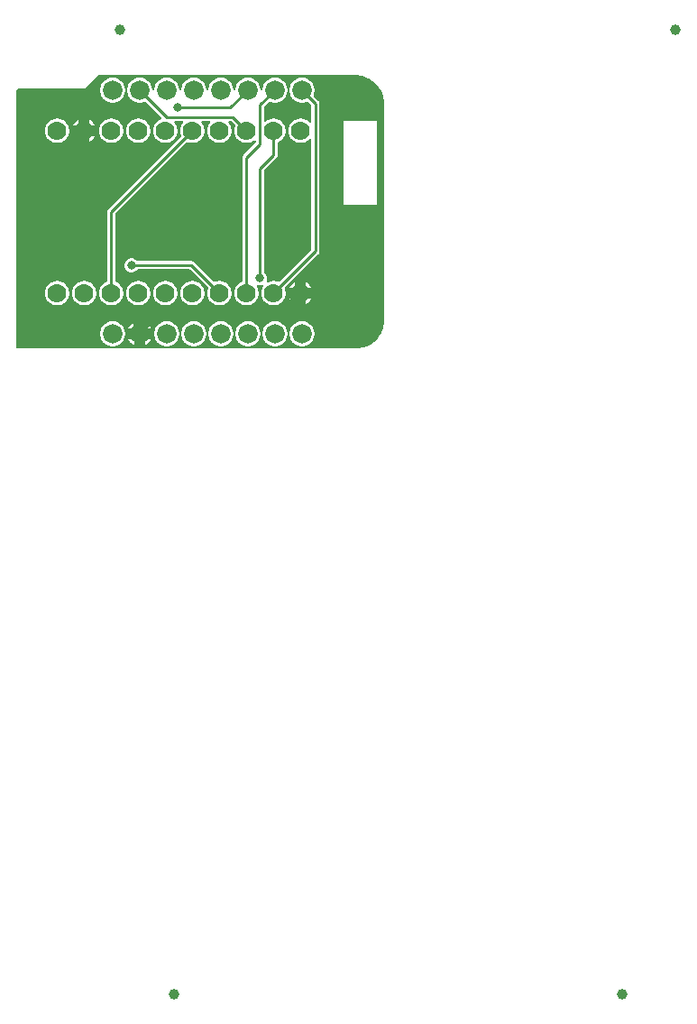
<source format=gbl>
G04 Layer: BottomLayer*
G04 EasyEDA v6.5.9, 2022-07-22 15:10:41*
G04 7b4b3cc524da4ca09f73bc94dfdf97f7,4245c91a3b6e4cf7aa995480f5c7e4a3,10*
G04 Gerber Generator version 0.2*
G04 Scale: 100 percent, Rotated: No, Reflected: No *
G04 Dimensions in millimeters *
G04 leading zeros omitted , absolute positions ,4 integer and 5 decimal *
%FSLAX45Y45*%
%MOMM*%

%ADD10C,0.2500*%
%ADD11C,1.3000*%
%ADD12C,1.0000*%
%ADD13C,1.7780*%
%ADD14C,1.8288*%
%ADD15C,0.8000*%
%ADD16C,0.7000*%
%ADD17C,0.0113*%

%LPD*%
G36*
X734568Y17209008D02*
G01*
X730656Y17209770D01*
X727405Y17212005D01*
X725170Y17215256D01*
X724408Y17219168D01*
X724408Y19636232D01*
X725170Y19640143D01*
X727405Y19643394D01*
X730656Y19645630D01*
X734568Y19646392D01*
X1345793Y19646392D01*
X1349603Y19646696D01*
X1356664Y19648728D01*
X1361541Y19651472D01*
X1364792Y19654266D01*
X1480972Y19770394D01*
X1484274Y19772630D01*
X1488135Y19773392D01*
X3903472Y19773392D01*
X3909669Y19773950D01*
X3925620Y19773290D01*
X3946956Y19770699D01*
X3968089Y19766483D01*
X3988765Y19760641D01*
X4008932Y19753122D01*
X4028490Y19744131D01*
X4047236Y19733564D01*
X4065117Y19721576D01*
X4081983Y19708215D01*
X4097782Y19693585D01*
X4112361Y19677786D01*
X4125671Y19660870D01*
X4137558Y19642937D01*
X4148074Y19624141D01*
X4157065Y19604634D01*
X4164482Y19584416D01*
X4170273Y19563689D01*
X4174439Y19542556D01*
X4176928Y19521220D01*
X4177792Y19499427D01*
X4177792Y17483785D01*
X4176877Y17461179D01*
X4174337Y17439843D01*
X4170070Y17418710D01*
X4164228Y17398034D01*
X4156760Y17377867D01*
X4147718Y17358309D01*
X4137151Y17339564D01*
X4125163Y17321682D01*
X4111853Y17304816D01*
X4097223Y17289018D01*
X4081373Y17274438D01*
X4064457Y17261128D01*
X4046575Y17249241D01*
X4027779Y17238726D01*
X4008221Y17229734D01*
X3988003Y17222317D01*
X3967276Y17216526D01*
X3946194Y17212360D01*
X3924808Y17209871D01*
X3903014Y17209008D01*
G37*

%LPC*%
G36*
X1256182Y19304000D02*
G01*
X1308100Y19304000D01*
X1308100Y19356019D01*
X1297381Y19350126D01*
X1285748Y19341642D01*
X1275232Y19331787D01*
X1266037Y19320662D01*
X1258316Y19308521D01*
G37*
G36*
X1827530Y17243298D02*
G01*
X1827530Y17296130D01*
X1774596Y17296130D01*
X1780539Y17285309D01*
X1789175Y17273422D01*
X1799285Y17262652D01*
X1810613Y17253254D01*
X1823059Y17245380D01*
G37*
G36*
X1931670Y17243298D02*
G01*
X1936140Y17245380D01*
X1948586Y17253254D01*
X1959914Y17262652D01*
X1970024Y17273422D01*
X1978660Y17285309D01*
X1984603Y17296130D01*
X1931670Y17296130D01*
G37*
G36*
X1774596Y17400270D02*
G01*
X1827530Y17400270D01*
X1827530Y17453102D01*
X1823059Y17451019D01*
X1810613Y17443145D01*
X1799285Y17433747D01*
X1789175Y17422977D01*
X1780539Y17411090D01*
G37*
G36*
X1931670Y17400270D02*
G01*
X1984603Y17400270D01*
X1978660Y17411090D01*
X1970024Y17422977D01*
X1959914Y17433747D01*
X1948586Y17443145D01*
X1936140Y17451019D01*
X1931670Y17453102D01*
G37*
G36*
X1351686Y17614646D02*
G01*
X1366113Y17614646D01*
X1380388Y17616424D01*
X1394358Y17620030D01*
X1407769Y17625314D01*
X1420418Y17632273D01*
X1432052Y17640757D01*
X1442567Y17650612D01*
X1451762Y17661737D01*
X1459484Y17673878D01*
X1465630Y17686934D01*
X1470101Y17700650D01*
X1472793Y17714823D01*
X1473708Y17729200D01*
X1472793Y17743576D01*
X1470101Y17757749D01*
X1465630Y17771465D01*
X1459484Y17784521D01*
X1451762Y17796662D01*
X1442567Y17807787D01*
X1432052Y17817642D01*
X1420418Y17826126D01*
X1407769Y17833086D01*
X1394358Y17838369D01*
X1380388Y17841976D01*
X1366113Y17843754D01*
X1351686Y17843754D01*
X1337411Y17841976D01*
X1323441Y17838369D01*
X1310030Y17833086D01*
X1297381Y17826126D01*
X1285748Y17817642D01*
X1275232Y17807787D01*
X1266037Y17796662D01*
X1258316Y17784521D01*
X1252169Y17771465D01*
X1247698Y17757749D01*
X1245006Y17743576D01*
X1244092Y17729200D01*
X1245006Y17714823D01*
X1247698Y17700650D01*
X1252169Y17686934D01*
X1258316Y17673878D01*
X1266037Y17661737D01*
X1275232Y17650612D01*
X1285748Y17640757D01*
X1297381Y17632273D01*
X1310030Y17625314D01*
X1323441Y17620030D01*
X1337411Y17616424D01*
G37*
G36*
X1097686Y17614646D02*
G01*
X1112113Y17614646D01*
X1126388Y17616424D01*
X1140358Y17620030D01*
X1153769Y17625314D01*
X1166418Y17632273D01*
X1178052Y17640757D01*
X1188567Y17650612D01*
X1197762Y17661737D01*
X1205484Y17673878D01*
X1211630Y17686934D01*
X1216101Y17700650D01*
X1218793Y17714823D01*
X1219708Y17729200D01*
X1218793Y17743576D01*
X1216101Y17757749D01*
X1211630Y17771465D01*
X1205484Y17784521D01*
X1197762Y17796662D01*
X1188567Y17807787D01*
X1178052Y17817642D01*
X1166418Y17826126D01*
X1153769Y17833086D01*
X1140358Y17838369D01*
X1126388Y17841976D01*
X1112113Y17843754D01*
X1097686Y17843754D01*
X1083411Y17841976D01*
X1069441Y17838369D01*
X1056030Y17833086D01*
X1043381Y17826126D01*
X1031748Y17817642D01*
X1021232Y17807787D01*
X1012037Y17796662D01*
X1004316Y17784521D01*
X998169Y17771465D01*
X993698Y17757749D01*
X991006Y17743576D01*
X990092Y17729200D01*
X991006Y17714823D01*
X993698Y17700650D01*
X998169Y17686934D01*
X1004316Y17673878D01*
X1012037Y17661737D01*
X1021232Y17650612D01*
X1031748Y17640757D01*
X1043381Y17632273D01*
X1056030Y17625314D01*
X1069441Y17620030D01*
X1083411Y17616424D01*
G37*
G36*
X1859686Y17614646D02*
G01*
X1874113Y17614646D01*
X1888388Y17616424D01*
X1902358Y17620030D01*
X1915769Y17625314D01*
X1928418Y17632273D01*
X1940052Y17640757D01*
X1950567Y17650612D01*
X1959762Y17661737D01*
X1967484Y17673878D01*
X1973630Y17686934D01*
X1978101Y17700650D01*
X1980793Y17714823D01*
X1981707Y17729200D01*
X1980793Y17743576D01*
X1978101Y17757749D01*
X1973630Y17771465D01*
X1967484Y17784521D01*
X1959762Y17796662D01*
X1950567Y17807787D01*
X1940052Y17817642D01*
X1928418Y17826126D01*
X1915769Y17833086D01*
X1902358Y17838369D01*
X1888388Y17841976D01*
X1874113Y17843754D01*
X1859686Y17843754D01*
X1845411Y17841976D01*
X1831441Y17838369D01*
X1818030Y17833086D01*
X1805381Y17826126D01*
X1793748Y17817642D01*
X1783232Y17807787D01*
X1774037Y17796662D01*
X1766316Y17784521D01*
X1760169Y17771465D01*
X1755698Y17757749D01*
X1753006Y17743576D01*
X1752092Y17729200D01*
X1753006Y17714823D01*
X1755698Y17700650D01*
X1760169Y17686934D01*
X1766316Y17673878D01*
X1774037Y17661737D01*
X1783232Y17650612D01*
X1793748Y17640757D01*
X1805381Y17632273D01*
X1818030Y17625314D01*
X1831441Y17620030D01*
X1845411Y17616424D01*
G37*
G36*
X2367686Y17614646D02*
G01*
X2382113Y17614646D01*
X2396388Y17616424D01*
X2410358Y17620030D01*
X2423769Y17625314D01*
X2436418Y17632273D01*
X2448052Y17640757D01*
X2458567Y17650612D01*
X2467762Y17661737D01*
X2475484Y17673878D01*
X2481630Y17686934D01*
X2486101Y17700650D01*
X2488793Y17714823D01*
X2489708Y17729200D01*
X2488793Y17743576D01*
X2486101Y17757749D01*
X2481630Y17771465D01*
X2475484Y17784521D01*
X2467762Y17796662D01*
X2458567Y17807787D01*
X2448052Y17817642D01*
X2436418Y17826126D01*
X2423769Y17833086D01*
X2410358Y17838369D01*
X2396388Y17841976D01*
X2382113Y17843754D01*
X2367686Y17843754D01*
X2353411Y17841976D01*
X2339441Y17838369D01*
X2326030Y17833086D01*
X2313381Y17826126D01*
X2301748Y17817642D01*
X2291232Y17807787D01*
X2282037Y17796662D01*
X2274316Y17784521D01*
X2268169Y17771465D01*
X2263698Y17757749D01*
X2261006Y17743576D01*
X2260092Y17729200D01*
X2261006Y17714823D01*
X2263698Y17700650D01*
X2268169Y17686934D01*
X2274316Y17673878D01*
X2282037Y17661737D01*
X2291232Y17650612D01*
X2301748Y17640757D01*
X2313381Y17632273D01*
X2326030Y17625314D01*
X2339441Y17620030D01*
X2353411Y17616424D01*
G37*
G36*
X2113686Y17614646D02*
G01*
X2128113Y17614646D01*
X2142388Y17616424D01*
X2156358Y17620030D01*
X2169769Y17625314D01*
X2182418Y17632273D01*
X2194052Y17640757D01*
X2204567Y17650612D01*
X2213762Y17661737D01*
X2221484Y17673878D01*
X2227630Y17686934D01*
X2232101Y17700650D01*
X2234793Y17714823D01*
X2235708Y17729200D01*
X2234793Y17743576D01*
X2232101Y17757749D01*
X2227630Y17771465D01*
X2221484Y17784521D01*
X2213762Y17796662D01*
X2204567Y17807787D01*
X2194052Y17817642D01*
X2182418Y17826126D01*
X2169769Y17833086D01*
X2156358Y17838369D01*
X2142388Y17841976D01*
X2128113Y17843754D01*
X2113686Y17843754D01*
X2099411Y17841976D01*
X2085441Y17838369D01*
X2072030Y17833086D01*
X2059381Y17826126D01*
X2047748Y17817642D01*
X2037232Y17807787D01*
X2028037Y17796662D01*
X2020316Y17784521D01*
X2014169Y17771465D01*
X2009698Y17757749D01*
X2007006Y17743576D01*
X2006092Y17729200D01*
X2007006Y17714823D01*
X2009698Y17700650D01*
X2014169Y17686934D01*
X2020316Y17673878D01*
X2028037Y17661737D01*
X2037232Y17650612D01*
X2047748Y17640757D01*
X2059381Y17632273D01*
X2072030Y17625314D01*
X2085441Y17620030D01*
X2099411Y17616424D01*
G37*
G36*
X2621686Y17614646D02*
G01*
X2636113Y17614646D01*
X2650388Y17616424D01*
X2664358Y17620030D01*
X2677769Y17625314D01*
X2690418Y17632273D01*
X2702052Y17640757D01*
X2712567Y17650612D01*
X2721762Y17661737D01*
X2729484Y17673878D01*
X2735630Y17686934D01*
X2740101Y17700650D01*
X2742793Y17714823D01*
X2743708Y17729200D01*
X2742793Y17743576D01*
X2740101Y17757749D01*
X2735630Y17771465D01*
X2729484Y17784521D01*
X2721762Y17796662D01*
X2712567Y17807787D01*
X2702052Y17817642D01*
X2690418Y17826126D01*
X2677769Y17833086D01*
X2664358Y17838369D01*
X2650388Y17841976D01*
X2636113Y17843754D01*
X2621686Y17843754D01*
X2607411Y17841976D01*
X2593441Y17838369D01*
X2585770Y17835321D01*
X2581910Y17834610D01*
X2578100Y17835422D01*
X2574848Y17837607D01*
X2394204Y18018201D01*
X2388006Y18023332D01*
X2381351Y18026837D01*
X2374188Y18029021D01*
X2366213Y18029834D01*
X1862886Y18029834D01*
X1858721Y18030698D01*
X1855266Y18033238D01*
X1850237Y18038927D01*
X1842058Y18045633D01*
X1832864Y18050916D01*
X1822957Y18054675D01*
X1812543Y18056809D01*
X1801977Y18057215D01*
X1791462Y18055945D01*
X1781251Y18052999D01*
X1771700Y18048478D01*
X1762963Y18042432D01*
X1755292Y18035066D01*
X1748942Y18026634D01*
X1744014Y18017236D01*
X1740662Y18007177D01*
X1738934Y17996712D01*
X1738934Y17986095D01*
X1740662Y17975630D01*
X1744014Y17965572D01*
X1748942Y17956174D01*
X1755292Y17947741D01*
X1762963Y17940375D01*
X1771700Y17934330D01*
X1781251Y17929809D01*
X1791462Y17926862D01*
X1801977Y17925592D01*
X1812543Y17925999D01*
X1822957Y17928132D01*
X1832864Y17931892D01*
X1842058Y17937175D01*
X1850237Y17943880D01*
X1855317Y17949570D01*
X1858721Y17952110D01*
X1862886Y17953024D01*
X2346553Y17953024D01*
X2350465Y17952212D01*
X2353767Y17950027D01*
X2520391Y17783403D01*
X2522626Y17779949D01*
X2523337Y17775936D01*
X2522169Y17771465D01*
X2517698Y17757749D01*
X2515006Y17743576D01*
X2514092Y17729200D01*
X2515006Y17714823D01*
X2517698Y17700650D01*
X2522169Y17686934D01*
X2528316Y17673878D01*
X2536037Y17661737D01*
X2545232Y17650612D01*
X2555748Y17640757D01*
X2567381Y17632273D01*
X2580030Y17625314D01*
X2593441Y17620030D01*
X2607411Y17616424D01*
G37*
G36*
X1605686Y17614646D02*
G01*
X1620113Y17614646D01*
X1634388Y17616424D01*
X1648358Y17620030D01*
X1661769Y17625314D01*
X1674418Y17632273D01*
X1686052Y17640757D01*
X1696567Y17650612D01*
X1705762Y17661737D01*
X1713484Y17673878D01*
X1719630Y17686934D01*
X1724101Y17700650D01*
X1726793Y17714823D01*
X1727707Y17729200D01*
X1726793Y17743576D01*
X1724101Y17757749D01*
X1719630Y17771465D01*
X1713484Y17784521D01*
X1705762Y17796662D01*
X1696567Y17807787D01*
X1686052Y17817642D01*
X1674418Y17826126D01*
X1661769Y17833086D01*
X1657705Y17834660D01*
X1654352Y17836845D01*
X1652117Y17840198D01*
X1651304Y17844109D01*
X1651304Y18471083D01*
X1652066Y18474994D01*
X1654302Y18478296D01*
X2320798Y19144792D01*
X2324049Y19146977D01*
X2327910Y19147790D01*
X2331720Y19147078D01*
X2339441Y19144030D01*
X2353411Y19140424D01*
X2367686Y19138646D01*
X2382113Y19138646D01*
X2396388Y19140424D01*
X2410358Y19144030D01*
X2423769Y19149314D01*
X2436418Y19156273D01*
X2448052Y19164757D01*
X2458567Y19174612D01*
X2467762Y19185737D01*
X2475484Y19197878D01*
X2481630Y19210934D01*
X2486101Y19224650D01*
X2488793Y19238823D01*
X2489708Y19253200D01*
X2488793Y19267576D01*
X2486101Y19281749D01*
X2481630Y19295465D01*
X2475484Y19308521D01*
X2467762Y19320662D01*
X2462123Y19327520D01*
X2460294Y19330822D01*
X2459786Y19334632D01*
X2460752Y19338290D01*
X2462987Y19341388D01*
X2466187Y19343420D01*
X2469946Y19344132D01*
X2533853Y19344132D01*
X2537612Y19343420D01*
X2540812Y19341388D01*
X2543048Y19338290D01*
X2544013Y19334632D01*
X2543505Y19330822D01*
X2541676Y19327520D01*
X2536037Y19320662D01*
X2528316Y19308521D01*
X2522169Y19295465D01*
X2517698Y19281749D01*
X2515006Y19267576D01*
X2514092Y19253200D01*
X2515006Y19238823D01*
X2517698Y19224650D01*
X2522169Y19210934D01*
X2528316Y19197878D01*
X2536037Y19185737D01*
X2545232Y19174612D01*
X2555748Y19164757D01*
X2567381Y19156273D01*
X2580030Y19149314D01*
X2593441Y19144030D01*
X2607411Y19140424D01*
X2621686Y19138646D01*
X2636113Y19138646D01*
X2650388Y19140424D01*
X2664358Y19144030D01*
X2677769Y19149314D01*
X2690418Y19156273D01*
X2702052Y19164757D01*
X2712567Y19174612D01*
X2721762Y19185737D01*
X2729484Y19197878D01*
X2735630Y19210934D01*
X2740101Y19224650D01*
X2742793Y19238823D01*
X2743708Y19253200D01*
X2742793Y19267576D01*
X2740101Y19281749D01*
X2735630Y19295465D01*
X2729484Y19308521D01*
X2721762Y19320662D01*
X2716123Y19327520D01*
X2714294Y19330822D01*
X2713786Y19334632D01*
X2714752Y19338290D01*
X2716987Y19341388D01*
X2720187Y19343420D01*
X2723946Y19344132D01*
X2733446Y19344132D01*
X2737358Y19343370D01*
X2740609Y19341185D01*
X2774391Y19307403D01*
X2776626Y19303949D01*
X2777337Y19299936D01*
X2776169Y19295465D01*
X2771698Y19281749D01*
X2769006Y19267576D01*
X2768092Y19253200D01*
X2769006Y19238823D01*
X2771698Y19224650D01*
X2776169Y19210934D01*
X2782316Y19197878D01*
X2790037Y19185737D01*
X2799232Y19174612D01*
X2809748Y19164757D01*
X2821381Y19156273D01*
X2834030Y19149314D01*
X2847441Y19144030D01*
X2861411Y19140424D01*
X2875686Y19138646D01*
X2890113Y19138646D01*
X2904388Y19140424D01*
X2918358Y19144030D01*
X2931769Y19149314D01*
X2944418Y19156273D01*
X2955340Y19164249D01*
X2959404Y19165976D01*
X2963875Y19165874D01*
X2967786Y19163842D01*
X2970530Y19160337D01*
X2971495Y19156019D01*
X2971495Y19146316D01*
X2970733Y19142405D01*
X2968498Y19139154D01*
X2856077Y19026733D01*
X2850997Y19020536D01*
X2847441Y19013881D01*
X2845257Y19006667D01*
X2844495Y18998692D01*
X2844495Y17844109D01*
X2843682Y17840198D01*
X2841447Y17836845D01*
X2838094Y17834660D01*
X2834030Y17833086D01*
X2821381Y17826126D01*
X2809748Y17817642D01*
X2799232Y17807787D01*
X2790037Y17796662D01*
X2782316Y17784521D01*
X2776169Y17771465D01*
X2771698Y17757749D01*
X2769006Y17743576D01*
X2768092Y17729200D01*
X2769006Y17714823D01*
X2771698Y17700650D01*
X2776169Y17686934D01*
X2782316Y17673878D01*
X2790037Y17661737D01*
X2799232Y17650612D01*
X2809748Y17640757D01*
X2821381Y17632273D01*
X2834030Y17625314D01*
X2847441Y17620030D01*
X2861411Y17616424D01*
X2875686Y17614646D01*
X2890113Y17614646D01*
X2904388Y17616424D01*
X2918358Y17620030D01*
X2931769Y17625314D01*
X2944418Y17632273D01*
X2956052Y17640757D01*
X2966567Y17650612D01*
X2975762Y17661737D01*
X2983484Y17673878D01*
X2989630Y17686934D01*
X2994101Y17700650D01*
X2996793Y17714823D01*
X2997708Y17729200D01*
X2996793Y17743576D01*
X2994101Y17757749D01*
X2989630Y17771465D01*
X2983484Y17784521D01*
X2979470Y17790871D01*
X2977997Y17794630D01*
X2978150Y17798694D01*
X2979928Y17802402D01*
X2982976Y17805095D01*
X2986786Y17806365D01*
X2990850Y17806060D01*
X2996742Y17804333D01*
X3007258Y17803063D01*
X3017824Y17803520D01*
X3029508Y17805958D01*
X3033420Y17806009D01*
X3037128Y17804587D01*
X3039922Y17801844D01*
X3041548Y17798237D01*
X3041599Y17794274D01*
X3040176Y17790617D01*
X3036316Y17784521D01*
X3030169Y17771465D01*
X3025698Y17757749D01*
X3023006Y17743576D01*
X3022092Y17729200D01*
X3023006Y17714823D01*
X3025698Y17700650D01*
X3030169Y17686934D01*
X3036316Y17673878D01*
X3044037Y17661737D01*
X3053232Y17650612D01*
X3063748Y17640757D01*
X3075381Y17632273D01*
X3088030Y17625314D01*
X3101441Y17620030D01*
X3115411Y17616424D01*
X3129686Y17614646D01*
X3144113Y17614646D01*
X3158388Y17616424D01*
X3172358Y17620030D01*
X3185769Y17625314D01*
X3198418Y17632273D01*
X3210052Y17640757D01*
X3220567Y17650612D01*
X3229762Y17661737D01*
X3237484Y17673878D01*
X3243630Y17686934D01*
X3248101Y17700650D01*
X3250793Y17714823D01*
X3251708Y17729200D01*
X3250793Y17743576D01*
X3248101Y17757749D01*
X3243427Y17771922D01*
X3242462Y17775936D01*
X3243173Y17779949D01*
X3245408Y17783403D01*
X3556660Y18094655D01*
X3561740Y18100852D01*
X3565296Y18107507D01*
X3567480Y18114670D01*
X3568293Y18122696D01*
X3568293Y19507454D01*
X3567480Y19515429D01*
X3565296Y19522643D01*
X3561740Y19529247D01*
X3556660Y19535444D01*
X3513937Y19578167D01*
X3511753Y19581418D01*
X3510991Y19585279D01*
X3511702Y19589089D01*
X3515207Y19597928D01*
X3518865Y19612203D01*
X3520694Y19626834D01*
X3520694Y19641566D01*
X3518865Y19656196D01*
X3515207Y19670471D01*
X3509772Y19684136D01*
X3502660Y19697090D01*
X3494024Y19708977D01*
X3483914Y19719747D01*
X3472586Y19729145D01*
X3460140Y19737019D01*
X3446779Y19743267D01*
X3432759Y19747839D01*
X3418281Y19750582D01*
X3403600Y19751548D01*
X3388918Y19750582D01*
X3374440Y19747839D01*
X3360420Y19743267D01*
X3347059Y19737019D01*
X3334613Y19729145D01*
X3323285Y19719747D01*
X3313176Y19708977D01*
X3304540Y19697090D01*
X3297428Y19684136D01*
X3291992Y19670471D01*
X3288334Y19656196D01*
X3286658Y19642937D01*
X3285337Y19639026D01*
X3282492Y19635978D01*
X3278682Y19634301D01*
X3274517Y19634301D01*
X3270707Y19635978D01*
X3267862Y19639026D01*
X3266541Y19642937D01*
X3264865Y19656196D01*
X3261207Y19670471D01*
X3255772Y19684136D01*
X3248660Y19697090D01*
X3240024Y19708977D01*
X3229914Y19719747D01*
X3218586Y19729145D01*
X3206140Y19737019D01*
X3192780Y19743267D01*
X3178759Y19747839D01*
X3164281Y19750582D01*
X3149600Y19751548D01*
X3134918Y19750582D01*
X3120440Y19747839D01*
X3106420Y19743267D01*
X3093059Y19737019D01*
X3080613Y19729145D01*
X3069285Y19719747D01*
X3059176Y19708977D01*
X3050540Y19697090D01*
X3043428Y19684136D01*
X3037992Y19670471D01*
X3034334Y19656196D01*
X3032658Y19642937D01*
X3031337Y19639026D01*
X3028492Y19635978D01*
X3024682Y19634301D01*
X3020517Y19634301D01*
X3016707Y19635978D01*
X3013862Y19639026D01*
X3012541Y19642937D01*
X3010865Y19656196D01*
X3007207Y19670471D01*
X3001772Y19684136D01*
X2994660Y19697090D01*
X2986024Y19708977D01*
X2975914Y19719747D01*
X2964586Y19729145D01*
X2952140Y19737019D01*
X2938780Y19743267D01*
X2924759Y19747839D01*
X2910281Y19750582D01*
X2895600Y19751548D01*
X2880918Y19750582D01*
X2866440Y19747839D01*
X2852420Y19743267D01*
X2839059Y19737019D01*
X2826613Y19729145D01*
X2815285Y19719747D01*
X2805176Y19708977D01*
X2796540Y19697090D01*
X2789428Y19684136D01*
X2783992Y19670471D01*
X2780334Y19656196D01*
X2778658Y19642937D01*
X2777337Y19639026D01*
X2774492Y19635978D01*
X2770682Y19634301D01*
X2766517Y19634301D01*
X2762707Y19635978D01*
X2759862Y19639026D01*
X2758541Y19642937D01*
X2756865Y19656196D01*
X2753207Y19670471D01*
X2747772Y19684136D01*
X2740660Y19697090D01*
X2732024Y19708977D01*
X2721914Y19719747D01*
X2710586Y19729145D01*
X2698140Y19737019D01*
X2684780Y19743267D01*
X2670759Y19747839D01*
X2656281Y19750582D01*
X2641600Y19751548D01*
X2626918Y19750582D01*
X2612440Y19747839D01*
X2598420Y19743267D01*
X2585059Y19737019D01*
X2572613Y19729145D01*
X2561285Y19719747D01*
X2551176Y19708977D01*
X2542540Y19697090D01*
X2535428Y19684136D01*
X2529992Y19670471D01*
X2526334Y19656196D01*
X2524658Y19642937D01*
X2523337Y19639026D01*
X2520492Y19635978D01*
X2516682Y19634301D01*
X2512517Y19634301D01*
X2508707Y19635978D01*
X2505862Y19639026D01*
X2504541Y19642937D01*
X2502865Y19656196D01*
X2499207Y19670471D01*
X2493772Y19684136D01*
X2486660Y19697090D01*
X2478024Y19708977D01*
X2467914Y19719747D01*
X2456586Y19729145D01*
X2444140Y19737019D01*
X2430780Y19743267D01*
X2416759Y19747839D01*
X2402281Y19750582D01*
X2387600Y19751548D01*
X2372918Y19750582D01*
X2358440Y19747839D01*
X2344420Y19743267D01*
X2331059Y19737019D01*
X2318613Y19729145D01*
X2307285Y19719747D01*
X2297176Y19708977D01*
X2288540Y19697090D01*
X2281428Y19684136D01*
X2275992Y19670471D01*
X2272334Y19656196D01*
X2270658Y19642937D01*
X2269337Y19639026D01*
X2266492Y19635978D01*
X2262682Y19634301D01*
X2258517Y19634301D01*
X2254707Y19635978D01*
X2251862Y19639026D01*
X2250541Y19642937D01*
X2248865Y19656196D01*
X2245207Y19670471D01*
X2239772Y19684136D01*
X2232660Y19697090D01*
X2224024Y19708977D01*
X2213914Y19719747D01*
X2202586Y19729145D01*
X2190140Y19737019D01*
X2176780Y19743267D01*
X2162759Y19747839D01*
X2148281Y19750582D01*
X2133600Y19751548D01*
X2118918Y19750582D01*
X2104440Y19747839D01*
X2090420Y19743267D01*
X2077059Y19737019D01*
X2064613Y19729145D01*
X2053285Y19719747D01*
X2043175Y19708977D01*
X2034539Y19697090D01*
X2027428Y19684136D01*
X2021992Y19670471D01*
X2018334Y19656196D01*
X2016658Y19642937D01*
X2015337Y19639026D01*
X2012492Y19635978D01*
X2008682Y19634301D01*
X2004517Y19634301D01*
X2000707Y19635978D01*
X1997862Y19639026D01*
X1996541Y19642937D01*
X1994865Y19656196D01*
X1991207Y19670471D01*
X1985772Y19684136D01*
X1978660Y19697090D01*
X1970024Y19708977D01*
X1959914Y19719747D01*
X1948586Y19729145D01*
X1936140Y19737019D01*
X1922780Y19743267D01*
X1908759Y19747839D01*
X1894281Y19750582D01*
X1879600Y19751548D01*
X1864918Y19750582D01*
X1850440Y19747839D01*
X1836420Y19743267D01*
X1823059Y19737019D01*
X1810613Y19729145D01*
X1799285Y19719747D01*
X1789175Y19708977D01*
X1780539Y19697090D01*
X1773428Y19684136D01*
X1767992Y19670471D01*
X1764334Y19656196D01*
X1762658Y19642937D01*
X1761337Y19639026D01*
X1758492Y19635978D01*
X1754682Y19634301D01*
X1750517Y19634301D01*
X1746707Y19635978D01*
X1743862Y19639026D01*
X1742541Y19642937D01*
X1740865Y19656196D01*
X1737207Y19670471D01*
X1731772Y19684136D01*
X1724660Y19697090D01*
X1716024Y19708977D01*
X1705914Y19719747D01*
X1694586Y19729145D01*
X1682140Y19737019D01*
X1668780Y19743267D01*
X1654759Y19747839D01*
X1640281Y19750582D01*
X1625600Y19751548D01*
X1610918Y19750582D01*
X1596440Y19747839D01*
X1582420Y19743267D01*
X1569059Y19737019D01*
X1556613Y19729145D01*
X1545285Y19719747D01*
X1535176Y19708977D01*
X1526540Y19697090D01*
X1519428Y19684136D01*
X1513992Y19670471D01*
X1510334Y19656196D01*
X1508506Y19641566D01*
X1508506Y19626834D01*
X1510334Y19612203D01*
X1513992Y19597928D01*
X1519428Y19584263D01*
X1526540Y19571309D01*
X1535176Y19559422D01*
X1545285Y19548652D01*
X1556613Y19539254D01*
X1569059Y19531380D01*
X1582420Y19525132D01*
X1596440Y19520560D01*
X1610918Y19517817D01*
X1625600Y19516852D01*
X1640281Y19517817D01*
X1654759Y19520560D01*
X1668780Y19525132D01*
X1682140Y19531380D01*
X1694586Y19539254D01*
X1705914Y19548652D01*
X1716024Y19559422D01*
X1724660Y19571309D01*
X1731772Y19584263D01*
X1737207Y19597928D01*
X1740865Y19612203D01*
X1742541Y19625462D01*
X1743862Y19629374D01*
X1746707Y19632422D01*
X1750517Y19634098D01*
X1754682Y19634098D01*
X1758492Y19632422D01*
X1761337Y19629374D01*
X1762658Y19625462D01*
X1764334Y19612203D01*
X1767992Y19597928D01*
X1773428Y19584263D01*
X1780539Y19571309D01*
X1789175Y19559422D01*
X1799285Y19548652D01*
X1810613Y19539254D01*
X1823059Y19531380D01*
X1836420Y19525132D01*
X1850440Y19520560D01*
X1864918Y19517817D01*
X1879600Y19516852D01*
X1894281Y19517817D01*
X1908759Y19520560D01*
X1922780Y19525132D01*
X1924202Y19525792D01*
X1928215Y19526758D01*
X1932279Y19526046D01*
X1935734Y19523760D01*
X2082850Y19376644D01*
X2085086Y19373291D01*
X2085848Y19369379D01*
X2085035Y19365468D01*
X2082800Y19362166D01*
X2079447Y19359981D01*
X2072030Y19357086D01*
X2059381Y19350126D01*
X2047748Y19341642D01*
X2037232Y19331787D01*
X2028037Y19320662D01*
X2020316Y19308521D01*
X2014169Y19295465D01*
X2009698Y19281749D01*
X2007006Y19267576D01*
X2006092Y19253200D01*
X2007006Y19238823D01*
X2009698Y19224650D01*
X2014169Y19210934D01*
X2020316Y19197878D01*
X2028037Y19185737D01*
X2037232Y19174612D01*
X2047748Y19164757D01*
X2059381Y19156273D01*
X2072030Y19149314D01*
X2085441Y19144030D01*
X2099411Y19140424D01*
X2113686Y19138646D01*
X2128113Y19138646D01*
X2142388Y19140424D01*
X2156358Y19144030D01*
X2169769Y19149314D01*
X2182418Y19156273D01*
X2194052Y19164757D01*
X2204567Y19174612D01*
X2213762Y19185737D01*
X2221484Y19197878D01*
X2227630Y19210934D01*
X2232101Y19224650D01*
X2234793Y19238823D01*
X2235708Y19253200D01*
X2234793Y19267576D01*
X2232101Y19281749D01*
X2227630Y19295465D01*
X2221484Y19308521D01*
X2213762Y19320662D01*
X2208123Y19327520D01*
X2206294Y19330822D01*
X2205786Y19334632D01*
X2206752Y19338290D01*
X2208987Y19341388D01*
X2212187Y19343420D01*
X2215946Y19344132D01*
X2279853Y19344132D01*
X2283612Y19343420D01*
X2286812Y19341388D01*
X2289048Y19338290D01*
X2290013Y19334632D01*
X2289505Y19330822D01*
X2287676Y19327520D01*
X2282037Y19320662D01*
X2274316Y19308521D01*
X2268169Y19295465D01*
X2263698Y19281749D01*
X2261006Y19267576D01*
X2260092Y19253200D01*
X2261006Y19238823D01*
X2263698Y19224650D01*
X2268372Y19210528D01*
X2269337Y19206514D01*
X2268626Y19202450D01*
X2266391Y19198996D01*
X1586077Y18518733D01*
X1580997Y18512536D01*
X1577441Y18505881D01*
X1575257Y18498718D01*
X1574495Y18490692D01*
X1574495Y17844109D01*
X1573682Y17840198D01*
X1571447Y17836845D01*
X1568094Y17834660D01*
X1564030Y17833086D01*
X1551381Y17826126D01*
X1539748Y17817642D01*
X1529232Y17807787D01*
X1520037Y17796662D01*
X1512316Y17784521D01*
X1506169Y17771465D01*
X1501698Y17757749D01*
X1499006Y17743576D01*
X1498092Y17729200D01*
X1499006Y17714823D01*
X1501698Y17700650D01*
X1506169Y17686934D01*
X1512316Y17673878D01*
X1520037Y17661737D01*
X1529232Y17650612D01*
X1539748Y17640757D01*
X1551381Y17632273D01*
X1564030Y17625314D01*
X1577441Y17620030D01*
X1591411Y17616424D01*
G37*
G36*
X2133600Y17230852D02*
G01*
X2148281Y17231817D01*
X2162759Y17234560D01*
X2176780Y17239132D01*
X2190140Y17245380D01*
X2202586Y17253254D01*
X2213914Y17262652D01*
X2224024Y17273422D01*
X2232660Y17285309D01*
X2239772Y17298263D01*
X2245207Y17311928D01*
X2248865Y17326203D01*
X2250541Y17339462D01*
X2251862Y17343374D01*
X2254707Y17346422D01*
X2258517Y17348098D01*
X2262682Y17348098D01*
X2266492Y17346422D01*
X2269337Y17343374D01*
X2270658Y17339462D01*
X2272334Y17326203D01*
X2275992Y17311928D01*
X2281428Y17298263D01*
X2288540Y17285309D01*
X2297176Y17273422D01*
X2307285Y17262652D01*
X2318613Y17253254D01*
X2331059Y17245380D01*
X2344420Y17239132D01*
X2358440Y17234560D01*
X2372918Y17231817D01*
X2387600Y17230852D01*
X2402281Y17231817D01*
X2416759Y17234560D01*
X2430780Y17239132D01*
X2444140Y17245380D01*
X2456586Y17253254D01*
X2467914Y17262652D01*
X2478024Y17273422D01*
X2486660Y17285309D01*
X2493772Y17298263D01*
X2499207Y17311928D01*
X2502865Y17326203D01*
X2504541Y17339462D01*
X2505862Y17343374D01*
X2508707Y17346422D01*
X2512517Y17348098D01*
X2516682Y17348098D01*
X2520492Y17346422D01*
X2523337Y17343374D01*
X2524658Y17339462D01*
X2526334Y17326203D01*
X2529992Y17311928D01*
X2535428Y17298263D01*
X2542540Y17285309D01*
X2551176Y17273422D01*
X2561285Y17262652D01*
X2572613Y17253254D01*
X2585059Y17245380D01*
X2598420Y17239132D01*
X2612440Y17234560D01*
X2626918Y17231817D01*
X2641600Y17230852D01*
X2656281Y17231817D01*
X2670759Y17234560D01*
X2684780Y17239132D01*
X2698140Y17245380D01*
X2710586Y17253254D01*
X2721914Y17262652D01*
X2732024Y17273422D01*
X2740660Y17285309D01*
X2747772Y17298263D01*
X2753207Y17311928D01*
X2756865Y17326203D01*
X2758541Y17339462D01*
X2759862Y17343374D01*
X2762707Y17346422D01*
X2766517Y17348098D01*
X2770682Y17348098D01*
X2774492Y17346422D01*
X2777337Y17343374D01*
X2778658Y17339462D01*
X2780334Y17326203D01*
X2783992Y17311928D01*
X2789428Y17298263D01*
X2796540Y17285309D01*
X2805176Y17273422D01*
X2815285Y17262652D01*
X2826613Y17253254D01*
X2839059Y17245380D01*
X2852420Y17239132D01*
X2866440Y17234560D01*
X2880918Y17231817D01*
X2895600Y17230852D01*
X2910281Y17231817D01*
X2924759Y17234560D01*
X2938780Y17239132D01*
X2952140Y17245380D01*
X2964586Y17253254D01*
X2975914Y17262652D01*
X2986024Y17273422D01*
X2994660Y17285309D01*
X3001772Y17298263D01*
X3007207Y17311928D01*
X3010865Y17326203D01*
X3012541Y17339462D01*
X3013862Y17343374D01*
X3016707Y17346422D01*
X3020517Y17348098D01*
X3024682Y17348098D01*
X3028492Y17346422D01*
X3031337Y17343374D01*
X3032658Y17339462D01*
X3034334Y17326203D01*
X3037992Y17311928D01*
X3043428Y17298263D01*
X3050540Y17285309D01*
X3059176Y17273422D01*
X3069285Y17262652D01*
X3080613Y17253254D01*
X3093059Y17245380D01*
X3106420Y17239132D01*
X3120440Y17234560D01*
X3134918Y17231817D01*
X3149600Y17230852D01*
X3164281Y17231817D01*
X3178759Y17234560D01*
X3192780Y17239132D01*
X3206140Y17245380D01*
X3218586Y17253254D01*
X3229914Y17262652D01*
X3240024Y17273422D01*
X3248660Y17285309D01*
X3255772Y17298263D01*
X3261207Y17311928D01*
X3264865Y17326203D01*
X3266541Y17339462D01*
X3267862Y17343374D01*
X3270707Y17346422D01*
X3274517Y17348098D01*
X3278682Y17348098D01*
X3282492Y17346422D01*
X3285337Y17343374D01*
X3286658Y17339462D01*
X3288334Y17326203D01*
X3291992Y17311928D01*
X3297428Y17298263D01*
X3304540Y17285309D01*
X3313176Y17273422D01*
X3323285Y17262652D01*
X3334613Y17253254D01*
X3347059Y17245380D01*
X3360420Y17239132D01*
X3374440Y17234560D01*
X3388918Y17231817D01*
X3403600Y17230852D01*
X3418281Y17231817D01*
X3432759Y17234560D01*
X3446779Y17239132D01*
X3460140Y17245380D01*
X3472586Y17253254D01*
X3483914Y17262652D01*
X3494024Y17273422D01*
X3502660Y17285309D01*
X3509772Y17298263D01*
X3515207Y17311928D01*
X3518865Y17326203D01*
X3520694Y17340834D01*
X3520694Y17355566D01*
X3518865Y17370196D01*
X3515207Y17384471D01*
X3509772Y17398136D01*
X3502660Y17411090D01*
X3494024Y17422977D01*
X3483914Y17433747D01*
X3472586Y17443145D01*
X3460140Y17451019D01*
X3446779Y17457267D01*
X3432759Y17461839D01*
X3418281Y17464582D01*
X3403600Y17465548D01*
X3388918Y17464582D01*
X3374440Y17461839D01*
X3360420Y17457267D01*
X3347059Y17451019D01*
X3334613Y17443145D01*
X3323285Y17433747D01*
X3313176Y17422977D01*
X3304540Y17411090D01*
X3297428Y17398136D01*
X3291992Y17384471D01*
X3288334Y17370196D01*
X3286658Y17356937D01*
X3285337Y17353026D01*
X3282492Y17349978D01*
X3278682Y17348301D01*
X3274517Y17348301D01*
X3270707Y17349978D01*
X3267862Y17353026D01*
X3266541Y17356937D01*
X3264865Y17370196D01*
X3261207Y17384471D01*
X3255772Y17398136D01*
X3248660Y17411090D01*
X3240024Y17422977D01*
X3229914Y17433747D01*
X3218586Y17443145D01*
X3206140Y17451019D01*
X3192780Y17457267D01*
X3178759Y17461839D01*
X3164281Y17464582D01*
X3149600Y17465548D01*
X3134918Y17464582D01*
X3120440Y17461839D01*
X3106420Y17457267D01*
X3093059Y17451019D01*
X3080613Y17443145D01*
X3069285Y17433747D01*
X3059176Y17422977D01*
X3050540Y17411090D01*
X3043428Y17398136D01*
X3037992Y17384471D01*
X3034334Y17370196D01*
X3032658Y17356937D01*
X3031337Y17353026D01*
X3028492Y17349978D01*
X3024682Y17348301D01*
X3020517Y17348301D01*
X3016707Y17349978D01*
X3013862Y17353026D01*
X3012541Y17356937D01*
X3010865Y17370196D01*
X3007207Y17384471D01*
X3001772Y17398136D01*
X2994660Y17411090D01*
X2986024Y17422977D01*
X2975914Y17433747D01*
X2964586Y17443145D01*
X2952140Y17451019D01*
X2938780Y17457267D01*
X2924759Y17461839D01*
X2910281Y17464582D01*
X2895600Y17465548D01*
X2880918Y17464582D01*
X2866440Y17461839D01*
X2852420Y17457267D01*
X2839059Y17451019D01*
X2826613Y17443145D01*
X2815285Y17433747D01*
X2805176Y17422977D01*
X2796540Y17411090D01*
X2789428Y17398136D01*
X2783992Y17384471D01*
X2780334Y17370196D01*
X2778658Y17356937D01*
X2777337Y17353026D01*
X2774492Y17349978D01*
X2770682Y17348301D01*
X2766517Y17348301D01*
X2762707Y17349978D01*
X2759862Y17353026D01*
X2758541Y17356937D01*
X2756865Y17370196D01*
X2753207Y17384471D01*
X2747772Y17398136D01*
X2740660Y17411090D01*
X2732024Y17422977D01*
X2721914Y17433747D01*
X2710586Y17443145D01*
X2698140Y17451019D01*
X2684780Y17457267D01*
X2670759Y17461839D01*
X2656281Y17464582D01*
X2641600Y17465548D01*
X2626918Y17464582D01*
X2612440Y17461839D01*
X2598420Y17457267D01*
X2585059Y17451019D01*
X2572613Y17443145D01*
X2561285Y17433747D01*
X2551176Y17422977D01*
X2542540Y17411090D01*
X2535428Y17398136D01*
X2529992Y17384471D01*
X2526334Y17370196D01*
X2524658Y17356937D01*
X2523337Y17353026D01*
X2520492Y17349978D01*
X2516682Y17348301D01*
X2512517Y17348301D01*
X2508707Y17349978D01*
X2505862Y17353026D01*
X2504541Y17356937D01*
X2502865Y17370196D01*
X2499207Y17384471D01*
X2493772Y17398136D01*
X2486660Y17411090D01*
X2478024Y17422977D01*
X2467914Y17433747D01*
X2456586Y17443145D01*
X2444140Y17451019D01*
X2430780Y17457267D01*
X2416759Y17461839D01*
X2402281Y17464582D01*
X2387600Y17465548D01*
X2372918Y17464582D01*
X2358440Y17461839D01*
X2344420Y17457267D01*
X2331059Y17451019D01*
X2318613Y17443145D01*
X2307285Y17433747D01*
X2297176Y17422977D01*
X2288540Y17411090D01*
X2281428Y17398136D01*
X2275992Y17384471D01*
X2272334Y17370196D01*
X2270658Y17356937D01*
X2269337Y17353026D01*
X2266492Y17349978D01*
X2262682Y17348301D01*
X2258517Y17348301D01*
X2254707Y17349978D01*
X2251862Y17353026D01*
X2250541Y17356937D01*
X2248865Y17370196D01*
X2245207Y17384471D01*
X2239772Y17398136D01*
X2232660Y17411090D01*
X2224024Y17422977D01*
X2213914Y17433747D01*
X2202586Y17443145D01*
X2190140Y17451019D01*
X2176780Y17457267D01*
X2162759Y17461839D01*
X2148281Y17464582D01*
X2133600Y17465548D01*
X2118918Y17464582D01*
X2104440Y17461839D01*
X2090420Y17457267D01*
X2077059Y17451019D01*
X2064613Y17443145D01*
X2053285Y17433747D01*
X2043175Y17422977D01*
X2034539Y17411090D01*
X2027428Y17398136D01*
X2021992Y17384471D01*
X2018334Y17370196D01*
X2016506Y17355566D01*
X2016506Y17340834D01*
X2018334Y17326203D01*
X2021992Y17311928D01*
X2027428Y17298263D01*
X2034539Y17285309D01*
X2043175Y17273422D01*
X2053285Y17262652D01*
X2064613Y17253254D01*
X2077059Y17245380D01*
X2090420Y17239132D01*
X2104440Y17234560D01*
X2118918Y17231817D01*
G37*
G36*
X3441700Y17626380D02*
G01*
X3452418Y17632273D01*
X3464051Y17640757D01*
X3474567Y17650612D01*
X3483762Y17661737D01*
X3491484Y17673878D01*
X3493617Y17678400D01*
X3441700Y17678400D01*
G37*
G36*
X3441700Y17780000D02*
G01*
X3493617Y17780000D01*
X3491484Y17784521D01*
X3483762Y17796662D01*
X3474567Y17807787D01*
X3464051Y17817642D01*
X3452418Y17826126D01*
X3441700Y17832019D01*
G37*
G36*
X3288182Y17780000D02*
G01*
X3340100Y17780000D01*
X3340100Y17832019D01*
X3329381Y17826126D01*
X3317748Y17817642D01*
X3307232Y17807787D01*
X3298037Y17796662D01*
X3290315Y17784521D01*
G37*
G36*
X1625600Y17230852D02*
G01*
X1640281Y17231817D01*
X1654759Y17234560D01*
X1668780Y17239132D01*
X1682140Y17245380D01*
X1694586Y17253254D01*
X1705914Y17262652D01*
X1716024Y17273422D01*
X1724660Y17285309D01*
X1731772Y17298263D01*
X1737207Y17311928D01*
X1740865Y17326203D01*
X1742693Y17340834D01*
X1742693Y17355566D01*
X1740865Y17370196D01*
X1737207Y17384471D01*
X1731772Y17398136D01*
X1724660Y17411090D01*
X1716024Y17422977D01*
X1705914Y17433747D01*
X1694586Y17443145D01*
X1682140Y17451019D01*
X1668780Y17457267D01*
X1654759Y17461839D01*
X1640281Y17464582D01*
X1625600Y17465548D01*
X1610918Y17464582D01*
X1596440Y17461839D01*
X1582420Y17457267D01*
X1569059Y17451019D01*
X1556613Y17443145D01*
X1545285Y17433747D01*
X1535176Y17422977D01*
X1526540Y17411090D01*
X1519428Y17398136D01*
X1513992Y17384471D01*
X1510334Y17370196D01*
X1508506Y17355566D01*
X1508506Y17340834D01*
X1510334Y17326203D01*
X1513992Y17311928D01*
X1519428Y17298263D01*
X1526540Y17285309D01*
X1535176Y17273422D01*
X1545285Y17262652D01*
X1556613Y17253254D01*
X1569059Y17245380D01*
X1582420Y17239132D01*
X1596440Y17234560D01*
X1610918Y17231817D01*
G37*
G36*
X1409700Y19304000D02*
G01*
X1461617Y19304000D01*
X1459484Y19308521D01*
X1451762Y19320662D01*
X1442567Y19331787D01*
X1432052Y19341642D01*
X1420418Y19350126D01*
X1409700Y19356019D01*
G37*
G36*
X3791965Y18554700D02*
G01*
X4107434Y18554700D01*
X4108450Y18555716D01*
X4108450Y19341084D01*
X4107434Y19342100D01*
X3791965Y19342100D01*
X3790950Y19341084D01*
X3790950Y18555716D01*
G37*
G36*
X1605686Y19138646D02*
G01*
X1620113Y19138646D01*
X1634388Y19140424D01*
X1648358Y19144030D01*
X1661769Y19149314D01*
X1674418Y19156273D01*
X1686052Y19164757D01*
X1696567Y19174612D01*
X1705762Y19185737D01*
X1713484Y19197878D01*
X1719630Y19210934D01*
X1724101Y19224650D01*
X1726793Y19238823D01*
X1727707Y19253200D01*
X1726793Y19267576D01*
X1724101Y19281749D01*
X1719630Y19295465D01*
X1713484Y19308521D01*
X1705762Y19320662D01*
X1696567Y19331787D01*
X1686052Y19341642D01*
X1674418Y19350126D01*
X1661769Y19357086D01*
X1648358Y19362369D01*
X1634388Y19365976D01*
X1620113Y19367754D01*
X1605686Y19367754D01*
X1591411Y19365976D01*
X1577441Y19362369D01*
X1564030Y19357086D01*
X1551381Y19350126D01*
X1539748Y19341642D01*
X1529232Y19331787D01*
X1520037Y19320662D01*
X1512316Y19308521D01*
X1506169Y19295465D01*
X1501698Y19281749D01*
X1499006Y19267576D01*
X1498092Y19253200D01*
X1499006Y19238823D01*
X1501698Y19224650D01*
X1506169Y19210934D01*
X1512316Y19197878D01*
X1520037Y19185737D01*
X1529232Y19174612D01*
X1539748Y19164757D01*
X1551381Y19156273D01*
X1564030Y19149314D01*
X1577441Y19144030D01*
X1591411Y19140424D01*
G37*
G36*
X1097686Y19138646D02*
G01*
X1112113Y19138646D01*
X1126388Y19140424D01*
X1140358Y19144030D01*
X1153769Y19149314D01*
X1166418Y19156273D01*
X1178052Y19164757D01*
X1188567Y19174612D01*
X1197762Y19185737D01*
X1205484Y19197878D01*
X1211630Y19210934D01*
X1216101Y19224650D01*
X1218793Y19238823D01*
X1219708Y19253200D01*
X1218793Y19267576D01*
X1216101Y19281749D01*
X1211630Y19295465D01*
X1205484Y19308521D01*
X1197762Y19320662D01*
X1188567Y19331787D01*
X1178052Y19341642D01*
X1166418Y19350126D01*
X1153769Y19357086D01*
X1140358Y19362369D01*
X1126388Y19365976D01*
X1112113Y19367754D01*
X1097686Y19367754D01*
X1083411Y19365976D01*
X1069441Y19362369D01*
X1056030Y19357086D01*
X1043381Y19350126D01*
X1031748Y19341642D01*
X1021232Y19331787D01*
X1012037Y19320662D01*
X1004316Y19308521D01*
X998169Y19295465D01*
X993698Y19281749D01*
X991006Y19267576D01*
X990092Y19253200D01*
X991006Y19238823D01*
X993698Y19224650D01*
X998169Y19210934D01*
X1004316Y19197878D01*
X1012037Y19185737D01*
X1021232Y19174612D01*
X1031748Y19164757D01*
X1043381Y19156273D01*
X1056030Y19149314D01*
X1069441Y19144030D01*
X1083411Y19140424D01*
G37*
G36*
X1859686Y19138646D02*
G01*
X1874113Y19138646D01*
X1888388Y19140424D01*
X1902358Y19144030D01*
X1915769Y19149314D01*
X1928418Y19156273D01*
X1940052Y19164757D01*
X1950567Y19174612D01*
X1959762Y19185737D01*
X1967484Y19197878D01*
X1973630Y19210934D01*
X1978101Y19224650D01*
X1980793Y19238823D01*
X1981707Y19253200D01*
X1980793Y19267576D01*
X1978101Y19281749D01*
X1973630Y19295465D01*
X1967484Y19308521D01*
X1959762Y19320662D01*
X1950567Y19331787D01*
X1940052Y19341642D01*
X1928418Y19350126D01*
X1915769Y19357086D01*
X1902358Y19362369D01*
X1888388Y19365976D01*
X1874113Y19367754D01*
X1859686Y19367754D01*
X1845411Y19365976D01*
X1831441Y19362369D01*
X1818030Y19357086D01*
X1805381Y19350126D01*
X1793748Y19341642D01*
X1783232Y19331787D01*
X1774037Y19320662D01*
X1766316Y19308521D01*
X1760169Y19295465D01*
X1755698Y19281749D01*
X1753006Y19267576D01*
X1752092Y19253200D01*
X1753006Y19238823D01*
X1755698Y19224650D01*
X1760169Y19210934D01*
X1766316Y19197878D01*
X1774037Y19185737D01*
X1783232Y19174612D01*
X1793748Y19164757D01*
X1805381Y19156273D01*
X1818030Y19149314D01*
X1831441Y19144030D01*
X1845411Y19140424D01*
G37*
G36*
X1409700Y19150380D02*
G01*
X1420418Y19156273D01*
X1432052Y19164757D01*
X1442567Y19174612D01*
X1451762Y19185737D01*
X1459484Y19197878D01*
X1461617Y19202400D01*
X1409700Y19202400D01*
G37*
G36*
X1308100Y19150380D02*
G01*
X1308100Y19202400D01*
X1256182Y19202400D01*
X1258316Y19197878D01*
X1266037Y19185737D01*
X1275232Y19174612D01*
X1285748Y19164757D01*
X1297381Y19156273D01*
G37*
G36*
X3340100Y17626380D02*
G01*
X3340100Y17678400D01*
X3288182Y17678400D01*
X3290315Y17673878D01*
X3298037Y17661737D01*
X3307232Y17650612D01*
X3317748Y17640757D01*
X3329381Y17632273D01*
G37*

%LPD*%
G36*
X3081070Y17830190D02*
G01*
X3076905Y17830698D01*
X3073349Y17832781D01*
X3070860Y17836134D01*
X3069996Y17840198D01*
X3070809Y17844312D01*
X3072384Y17848021D01*
X3074924Y17858333D01*
X3075787Y17868900D01*
X3074924Y17879466D01*
X3072384Y17889778D01*
X3068218Y17899532D01*
X3062579Y17908473D01*
X3055518Y17916398D01*
X3052064Y17919242D01*
X3049270Y17922748D01*
X3048304Y17927116D01*
X3048304Y18877483D01*
X3049066Y18881394D01*
X3051302Y18884646D01*
X3163722Y18997066D01*
X3168802Y19003264D01*
X3172358Y19009918D01*
X3174542Y19017132D01*
X3175304Y19025108D01*
X3175304Y19138290D01*
X3176117Y19142202D01*
X3178352Y19145554D01*
X3181705Y19147739D01*
X3185769Y19149314D01*
X3198418Y19156273D01*
X3210052Y19164757D01*
X3220567Y19174612D01*
X3229762Y19185737D01*
X3237484Y19197878D01*
X3243630Y19210934D01*
X3248101Y19224650D01*
X3250793Y19238823D01*
X3251708Y19253200D01*
X3250793Y19267576D01*
X3248101Y19281749D01*
X3243630Y19295465D01*
X3237484Y19308521D01*
X3229762Y19320662D01*
X3220567Y19331787D01*
X3210052Y19341642D01*
X3198418Y19350126D01*
X3185769Y19357086D01*
X3172358Y19362369D01*
X3158388Y19365976D01*
X3144113Y19367754D01*
X3129686Y19367754D01*
X3115411Y19365976D01*
X3101441Y19362369D01*
X3088030Y19357086D01*
X3075381Y19350126D01*
X3064459Y19342150D01*
X3060395Y19340423D01*
X3055924Y19340525D01*
X3052013Y19342557D01*
X3049270Y19346062D01*
X3048304Y19350380D01*
X3048304Y19474383D01*
X3049066Y19478294D01*
X3051302Y19481546D01*
X3093466Y19523760D01*
X3096920Y19526046D01*
X3100984Y19526758D01*
X3104997Y19525792D01*
X3106420Y19525132D01*
X3120440Y19520560D01*
X3134918Y19517817D01*
X3149600Y19516852D01*
X3164281Y19517817D01*
X3178759Y19520560D01*
X3192780Y19525132D01*
X3206140Y19531380D01*
X3218586Y19539254D01*
X3229914Y19548652D01*
X3240024Y19559422D01*
X3248660Y19571309D01*
X3255772Y19584263D01*
X3261207Y19597928D01*
X3264865Y19612203D01*
X3266541Y19625462D01*
X3267862Y19629374D01*
X3270707Y19632422D01*
X3274517Y19634098D01*
X3278682Y19634098D01*
X3282492Y19632422D01*
X3285337Y19629374D01*
X3286658Y19625462D01*
X3288334Y19612203D01*
X3291992Y19597928D01*
X3297428Y19584263D01*
X3304540Y19571309D01*
X3313176Y19559422D01*
X3323285Y19548652D01*
X3334613Y19539254D01*
X3347059Y19531380D01*
X3360420Y19525132D01*
X3374440Y19520560D01*
X3388918Y19517817D01*
X3403600Y19516852D01*
X3418281Y19517817D01*
X3432759Y19520560D01*
X3446779Y19525132D01*
X3448202Y19525792D01*
X3452215Y19526758D01*
X3456279Y19526046D01*
X3459734Y19523760D01*
X3488486Y19495008D01*
X3490671Y19491706D01*
X3491433Y19487845D01*
X3491433Y19339407D01*
X3490722Y19335546D01*
X3488537Y19332295D01*
X3485337Y19330060D01*
X3481527Y19329247D01*
X3477666Y19329908D01*
X3474364Y19331990D01*
X3464051Y19341642D01*
X3452418Y19350126D01*
X3439769Y19357086D01*
X3426358Y19362369D01*
X3412388Y19365976D01*
X3398113Y19367754D01*
X3383686Y19367754D01*
X3369411Y19365976D01*
X3355441Y19362369D01*
X3342030Y19357086D01*
X3329381Y19350126D01*
X3317748Y19341642D01*
X3307232Y19331787D01*
X3298037Y19320662D01*
X3290315Y19308521D01*
X3284169Y19295465D01*
X3279698Y19281749D01*
X3277006Y19267576D01*
X3276092Y19253200D01*
X3277006Y19238823D01*
X3279698Y19224650D01*
X3284169Y19210934D01*
X3290315Y19197878D01*
X3298037Y19185737D01*
X3307232Y19174612D01*
X3317748Y19164757D01*
X3329381Y19156273D01*
X3342030Y19149314D01*
X3355441Y19144030D01*
X3369411Y19140424D01*
X3383686Y19138646D01*
X3398113Y19138646D01*
X3412388Y19140424D01*
X3426358Y19144030D01*
X3439769Y19149314D01*
X3452418Y19156273D01*
X3464051Y19164757D01*
X3474364Y19174409D01*
X3477666Y19176492D01*
X3481527Y19177152D01*
X3485337Y19176339D01*
X3488537Y19174104D01*
X3490722Y19170853D01*
X3491433Y19166992D01*
X3491433Y18142305D01*
X3490671Y18138394D01*
X3488486Y18135092D01*
X3190951Y17837607D01*
X3187700Y17835422D01*
X3183890Y17834610D01*
X3180029Y17835321D01*
X3172358Y17838369D01*
X3158388Y17841976D01*
X3144113Y17843754D01*
X3129686Y17843754D01*
X3115411Y17841976D01*
X3101441Y17838369D01*
X3088030Y17833086D01*
X3085033Y17831409D01*
G37*

%LPD*%
D10*
X3009900Y17868900D02*
G01*
X3009900Y18897600D01*
X3136900Y19024600D01*
X3136900Y19253200D01*
X2882900Y17729200D02*
G01*
X2882900Y18999200D01*
X3009900Y19126200D01*
X3009900Y19494500D01*
X3149600Y19634200D01*
X2235200Y19469100D02*
G01*
X2730487Y19469100D01*
X2895600Y19634212D01*
X2374900Y19253212D02*
G01*
X1612900Y18491212D01*
X1612900Y17729212D01*
X3136900Y17729212D02*
G01*
X3529863Y18122176D01*
X3529863Y19507949D01*
X3403600Y19634212D01*
X1879600Y19634212D02*
G01*
X2131263Y19382549D01*
X2753563Y19382549D01*
X2882900Y19253212D01*
X2628900Y17729212D02*
G01*
X2366695Y17991416D01*
X1804619Y17991416D01*
D11*
X1879600Y17348200D02*
G01*
X1879600Y17424400D01*
X1993900Y17538700D01*
X3289300Y17538700D01*
X3327400Y17614900D01*
X3390900Y17729200D01*
X1879600Y17348200D02*
G01*
X1879600Y17462500D01*
X1803400Y17538700D01*
X1016000Y17538700D01*
X876300Y17678400D01*
X876300Y18770600D01*
X1358900Y19253200D01*
D12*
G01*
X1698497Y20200099D03*
G01*
X6908901Y20200099D03*
G01*
X2198497Y11149101D03*
G01*
X6408902Y11149101D03*
D13*
G01*
X1104900Y19253200D03*
G01*
X1358900Y19253200D03*
G01*
X1612900Y19253200D03*
G01*
X1866900Y19253200D03*
G01*
X2120900Y19253200D03*
G01*
X2374900Y19253200D03*
G01*
X2628900Y19253200D03*
G01*
X2882900Y19253200D03*
G01*
X3136900Y19253200D03*
G01*
X3390900Y19253200D03*
G01*
X1104900Y17729200D03*
G01*
X1358900Y17729200D03*
G01*
X1612900Y17729200D03*
G01*
X1866900Y17729200D03*
G01*
X2120900Y17729200D03*
G01*
X2374900Y17729200D03*
G01*
X2628900Y17729200D03*
G01*
X2882900Y17729200D03*
G01*
X3136900Y17729200D03*
G01*
X3390900Y17729200D03*
D14*
G01*
X3403600Y19634200D03*
G01*
X1625600Y17348200D03*
G01*
X1879600Y17348200D03*
G01*
X2133600Y17348200D03*
G01*
X2387600Y17348200D03*
G01*
X2641600Y17348200D03*
G01*
X2895600Y17348200D03*
G01*
X3149600Y17348200D03*
G01*
X3403600Y17348200D03*
G01*
X1625600Y19634200D03*
G01*
X1879600Y19634200D03*
G01*
X2133600Y19634200D03*
G01*
X2387600Y19634200D03*
G01*
X2641600Y19634200D03*
G01*
X2895600Y19634200D03*
G01*
X3149600Y19634200D03*
D15*
G01*
X1804619Y17991404D03*
G01*
X2235200Y19469100D03*
G01*
X3009900Y17868900D03*
D16*
G01*
X1040307Y18674740D03*
G01*
X1040307Y18404763D03*
G01*
X1040307Y18134761D03*
G01*
X1310309Y18944742D03*
G01*
X1310309Y18674740D03*
G01*
X1310309Y18404763D03*
G01*
X1310309Y18134761D03*
G01*
X1580311Y18944742D03*
G01*
X1580311Y18674740D03*
G01*
X1850313Y18944742D03*
G01*
X1850313Y18404763D03*
G01*
X1850313Y18134761D03*
G01*
X2120315Y18674740D03*
G01*
X2120315Y18404763D03*
G01*
X2120315Y18134761D03*
G01*
X2390317Y18944742D03*
G01*
X2390317Y18674740D03*
G01*
X2390317Y18404763D03*
G01*
X2660294Y18944742D03*
G01*
X2660294Y18674740D03*
G01*
X2660294Y18404763D03*
G01*
X3200298Y18944742D03*
G01*
X3200298Y18674740D03*
G01*
X3200298Y18404763D03*
G01*
X3780205Y19688022D03*
G01*
X3780205Y17798034D03*
G01*
X3780205Y17528031D03*
G01*
X4050207Y19418020D03*
G01*
X4050207Y18338037D03*
G01*
X4050207Y18068036D03*
G01*
X4050207Y17798034D03*
G01*
X4050207Y17528031D03*
M02*

</source>
